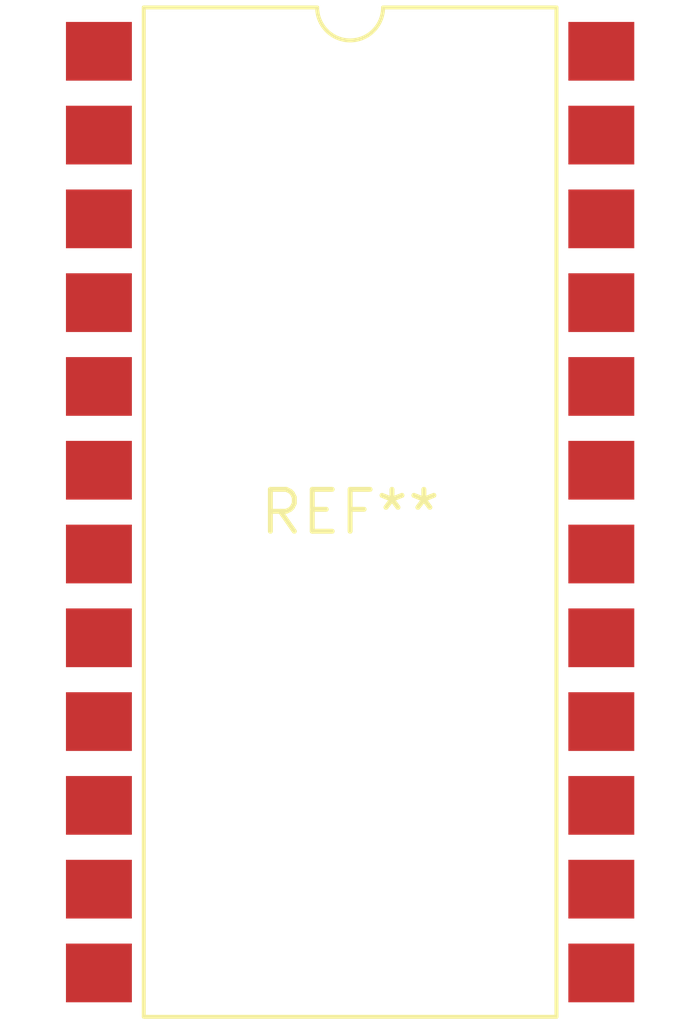
<source format=kicad_pcb>
(kicad_pcb (version 20240108) (generator pcbnew)
  (layers (0 "F.Cu" signal) (31 "B.Cu" signal) (34 "B.Paste" user) (35 "F.Paste" user) (36 "B.SilkS" user "B.Silkscreen") (37 "F.SilkS" user "F.Silkscreen") (38 "B.Mask" user) (39 "F.Mask" user) (44 "Edge.Cuts" user))
  (net 0 "")
  (footprint "SMDIP-24_W15.24mm" (layer "F.Cu") (at 0 0)
    (property "Reference" "REF**")
    (property "Value" "SMDIP-24_W15.24mm")
    (fp_line (start -6.26 -15.3) (end -6.26 15.3) (layer "F.SilkS") (stroke (width 0.12)))
    (fp_line (start -6.26 15.3) (end 6.26 15.3) (layer "F.SilkS") (stroke (width 0.12)))
    (fp_line (start -1 -15.3) (end -6.26 -15.3) (layer "F.SilkS") (stroke (width 0.12)))
    (fp_line (start 6.26 -15.3) (end 1 -15.3) (layer "F.SilkS") (stroke (width 0.12)))
    (fp_line (start 6.26 15.3) (end 6.26 -15.3) (layer "F.SilkS") (stroke (width 0.12)))
    (fp_arc (start 1 -15.3) (mid 0 -14.3) (end -1 -15.3) (layer "F.SilkS") (stroke (width 0.12)))
    (pad "1" smd rect (at -7.62 -13.97) (size 2 1.78) (layers "F.Cu" "F.Paste" "F.Mask"))
    (pad "2" smd rect (at -7.62 -11.43) (size 2 1.78) (layers "F.Cu" "F.Paste" "F.Mask"))
    (pad "3" smd rect (at -7.62 -8.89) (size 2 1.78) (layers "F.Cu" "F.Paste" "F.Mask"))
    (pad "4" smd rect (at -7.62 -6.35) (size 2 1.78) (layers "F.Cu" "F.Paste" "F.Mask"))
    (pad "5" smd rect (at -7.62 -3.81) (size 2 1.78) (layers "F.Cu" "F.Paste" "F.Mask"))
    (pad "6" smd rect (at -7.62 -1.27) (size 2 1.78) (layers "F.Cu" "F.Paste" "F.Mask"))
    (pad "7" smd rect (at -7.62 1.27) (size 2 1.78) (layers "F.Cu" "F.Paste" "F.Mask"))
    (pad "8" smd rect (at -7.62 3.81) (size 2 1.78) (layers "F.Cu" "F.Paste" "F.Mask"))
    (pad "9" smd rect (at -7.62 6.35) (size 2 1.78) (layers "F.Cu" "F.Paste" "F.Mask"))
    (pad "10" smd rect (at -7.62 8.89) (size 2 1.78) (layers "F.Cu" "F.Paste" "F.Mask"))
    (pad "11" smd rect (at -7.62 11.43) (size 2 1.78) (layers "F.Cu" "F.Paste" "F.Mask"))
    (pad "12" smd rect (at -7.62 13.97) (size 2 1.78) (layers "F.Cu" "F.Paste" "F.Mask"))
    (pad "13" smd rect (at 7.62 13.97) (size 2 1.78) (layers "F.Cu" "F.Paste" "F.Mask"))
    (pad "14" smd rect (at 7.62 11.43) (size 2 1.78) (layers "F.Cu" "F.Paste" "F.Mask"))
    (pad "15" smd rect (at 7.62 8.89) (size 2 1.78) (layers "F.Cu" "F.Paste" "F.Mask"))
    (pad "16" smd rect (at 7.62 6.35) (size 2 1.78) (layers "F.Cu" "F.Paste" "F.Mask"))
    (pad "17" smd rect (at 7.62 3.81) (size 2 1.78) (layers "F.Cu" "F.Paste" "F.Mask"))
    (pad "18" smd rect (at 7.62 1.27) (size 2 1.78) (layers "F.Cu" "F.Paste" "F.Mask"))
    (pad "19" smd rect (at 7.62 -1.27) (size 2 1.78) (layers "F.Cu" "F.Paste" "F.Mask"))
    (pad "20" smd rect (at 7.62 -3.81) (size 2 1.78) (layers "F.Cu" "F.Paste" "F.Mask"))
    (pad "21" smd rect (at 7.62 -6.35) (size 2 1.78) (layers "F.Cu" "F.Paste" "F.Mask"))
    (pad "22" smd rect (at 7.62 -8.89) (size 2 1.78) (layers "F.Cu" "F.Paste" "F.Mask"))
    (pad "23" smd rect (at 7.62 -11.43) (size 2 1.78) (layers "F.Cu" "F.Paste" "F.Mask"))
    (pad "24" smd rect (at 7.62 -13.97) (size 2 1.78) (layers "F.Cu" "F.Paste" "F.Mask"))
  )
)
</source>
